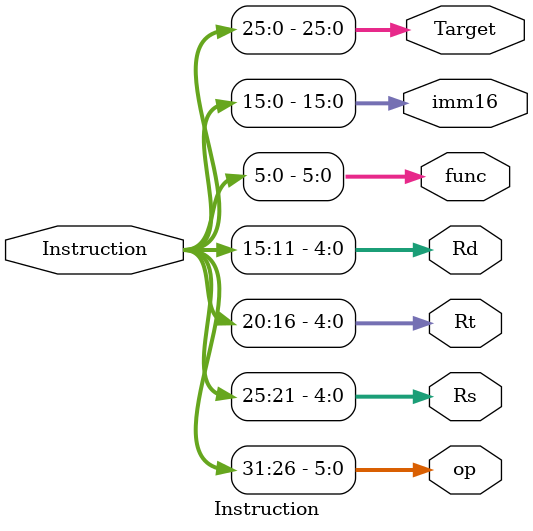
<source format=v>
module Instruction(Instruction,op,Rs,Rt,Rd,func,imm16,Target);
input [31:0]Instruction;
output [5:0]op;
output [4:0]Rs,Rt,Rd;
output [5:0]func;
output [15:0]imm16;
output [25:0]Target;

assign op=Instruction[31:26];


assign Rs=Instruction[25:21];
assign Rt=Instruction[20:16];

assign Rd=Instruction[15:11];
assign func=Instruction[5:0];

assign imm16=Instruction[15:0];
assign Target=Instruction[25:0];
endmodule
</source>
